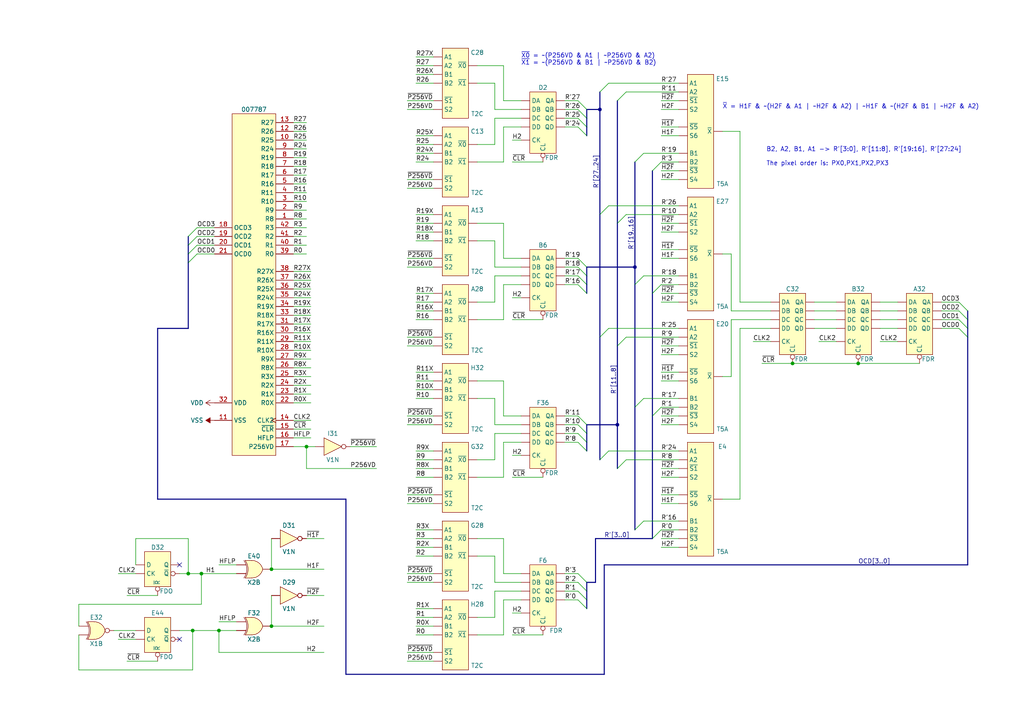
<source format=kicad_sch>
(kicad_sch (version 20230121) (generator eeschema)
  (paper "A4")
  (title_block (title "Konami 007787") (date "2024-02-01") (company "Ulf Skutnabba, twitter: @skutis77"))
  (lib_symbols
    (symbol "fujitsu-av:FDO"
      (property "Reference" "U" (at 2.54 6.35 0))
      (property "Value" "FDO" (at 2.54 -6.35 0))
      (symbol "FDO_1_1"
        (rectangle (start -3.81 5.08) (end 3.81 -5.08) (fill (type background)))
        (pin input line (at -6.35 -1.27 0) (length 2.54) (name "CK") (number ""))
        (pin input line (at -6.35 1.27 0) (length 2.54) (name "D") (number ""))
        (pin output line (at 6.35 1.27 180) (length 2.54) (name "Q") (number ""))
        (pin output inverted (at 6.35 -1.27 180) (length 2.54) (name "~{Q}") (number ""))
        (pin input inverted (at 0 -7.62 90) (length 2.54) (name "~{R}") (number ""))
      )
    )
    (symbol "fujitsu-av:FDR"
      (property "Reference" "U" (at 2.54 10.16 0))
      (property "Value" "FDR" (at -2.54 10.16 0))
      (symbol "FDR_1_1"
        (rectangle (start -3.81 8.89) (end 3.81 -8.89) (fill (type background)))
        (pin input line (at -6.35 -5.08 0) (length 2.54) (name "CK") (number ""))
        (pin input inverted (at 0 -11.43 90) (length 2.54) (name "CL") (number ""))
        (pin input line (at -6.35 6.35 0) (length 2.54) (name "DA") (number ""))
        (pin input line (at -6.35 3.81 0) (length 2.54) (name "DB") (number ""))
        (pin input line (at -6.35 1.27 0) (length 2.54) (name "DC") (number ""))
        (pin input line (at -6.35 -1.27 0) (length 2.54) (name "DD") (number ""))
        (pin output line (at 6.35 6.35 180) (length 2.54) (name "QA") (number ""))
        (pin output line (at 6.35 3.81 180) (length 2.54) (name "QB") (number ""))
        (pin output line (at 6.35 1.27 180) (length 2.54) (name "QC") (number ""))
        (pin output line (at 6.35 -1.27 180) (length 2.54) (name "QD") (number ""))
      )
    )
    (symbol "fujitsu-av:T2C"
      (property "Reference" "U" (at 0 11.43 0))
      (property "Value" "T2C" (at 0 -11.43 0))
      (symbol "T2C_1_1"
        (rectangle (start -3.81 10.16) (end 3.81 -10.16) (fill (type background)))
        (pin input line (at -6.35 7.62 0) (length 2.54) (name "A1") (number ""))
        (pin input line (at -6.35 5.08 0) (length 2.54) (name "A2") (number ""))
        (pin input line (at -6.35 2.54 0) (length 2.54) (name "B1") (number ""))
        (pin input line (at -6.35 0 0) (length 2.54) (name "B2") (number ""))
        (pin input line (at -6.35 -7.62 0) (length 2.54) (name "S2") (number ""))
        (pin input line (at -6.35 -5.08 0) (length 2.54) (name "~{S1}") (number ""))
        (pin output line (at 6.35 5.08 180) (length 2.54) (name "~{X0}") (number ""))
        (pin output line (at 6.35 0 180) (length 2.54) (name "~{X1}") (number ""))
      )
    )
    (symbol "fujitsu-av:T5A"
      (property "Reference" "U" (at 2.54 17.78 0))
      (property "Value" "T5A" (at -2.54 17.78 0))
      (symbol "T5A_1_1"
        (rectangle (start -3.81 16.51) (end 3.81 -16.51) (fill (type background)))
        (pin input line (at -6.35 13.97 0) (length 2.54) (name "A1") (number ""))
        (pin input line (at -6.35 11.43 0) (length 2.54) (name "A2") (number ""))
        (pin input line (at -6.35 -6.35 0) (length 2.54) (name "B1") (number ""))
        (pin input line (at -6.35 -8.89 0) (length 2.54) (name "B2") (number ""))
        (pin input line (at -6.35 6.35 0) (length 2.54) (name "S2") (number ""))
        (pin input line (at -6.35 -13.97 0) (length 2.54) (name "S4") (number ""))
        (pin input line (at -6.35 -1.27 0) (length 2.54) (name "S6") (number ""))
        (pin input line (at -6.35 8.89 0) (length 2.54) (name "~{S1}") (number ""))
        (pin input line (at -6.35 -11.43 0) (length 2.54) (name "~{S3}") (number ""))
        (pin input line (at -6.35 1.27 0) (length 2.54) (name "~{S5}") (number ""))
        (pin output line (at 6.35 0 180) (length 2.54) (name "~{X}") (number ""))
      )
    )
    (symbol "fujitsu-av:V1N"
      (property "Reference" "U" (at 0 3.81 0))
      (property "Value" "V1N" (at -0.6291 -0.0171 0))
      (symbol "V1N_1_1"
        (polyline (pts (xy -2.54 2.54) (xy -2.54 -2.54) (xy 2.54 0) (xy -2.54 2.54)) (fill (type background)))
        (pin input line (at -5.08 0 0) (length 2.54) (name "") (number ""))
        (pin output inverted (at 5.08 0 180) (length 2.54) (name "") (number ""))
      )
    )
    (symbol "fujitsu-av:X1B"
      (property "Reference" "U" (at 0 3.81 0))
      (property "Value" "X1B" (at 0.254 0 0))
      (symbol "X1B_1_1"
        (arc (start -2.9127 -2.5398) (mid -2.0762 0.0001) (end -2.9129 2.54))
        (arc (start -2.54 -2.54) (mid -1.7035 -0.0001) (end -2.5402 2.5398))
        (arc (start -0.635 -2.54) (mid 1.3992 -1.8283) (end 2.54 0) (fill (type background)))
        (polyline (pts (xy -0.635 -2.54) (xy -2.54 -2.54)) (fill (type outline)))
        (polyline (pts (xy -0.635 2.54) (xy -2.54 2.54)) (fill (type background)))
        (polyline (pts (xy -0.635 2.54) (xy -2.54 2.54) (xy -2.159 1.905) (xy -1.905 1.27) (xy -1.778 0.762) (xy -1.7272 0.4572) (xy -1.7018 0.1778) (xy -1.7018 -0.127) (xy -1.7526 -0.6604) (xy -1.8288 -1.016) (xy -1.9304 -1.3716) (xy -2.0574 -1.6764) (xy -2.2352 -2.0574) (xy -2.413 -2.3368) (xy -2.54 -2.54) (xy -0.635 -2.54)) (stroke (width -0.0001)) (fill (type background)))
        (arc (start 2.54 0) (mid 1.3994 1.8287) (end -0.635 2.54) (fill (type background)))
        (pin input line (at -5.08 -1.27 0) (length 2.794) (name "") (number ""))
        (pin input line (at -5.08 1.27 0) (length 2.794) (name "") (number ""))
        (pin output inverted (at 5.08 0 180) (length 2.54) (name "") (number ""))
      )
    )
    (symbol "fujitsu-av:X2B"
      (property "Reference" "U" (at 0 3.81 0))
      (property "Value" "X2B" (at 0.254 0 0))
      (symbol "X2B_1_1"
        (arc (start -2.9127 -2.5398) (mid -2.0762 0.0001) (end -2.9129 2.54))
        (arc (start -2.54 -2.54) (mid -1.7035 -0.0001) (end -2.5402 2.5398))
        (arc (start -0.635 -2.54) (mid 1.3992 -1.8283) (end 2.54 0) (fill (type background)))
        (polyline (pts (xy -0.635 -2.54) (xy -2.54 -2.54)) (fill (type outline)))
        (polyline (pts (xy -0.635 2.54) (xy -2.54 2.54)) (fill (type background)))
        (polyline (pts (xy -0.635 2.54) (xy -2.54 2.54) (xy -2.159 1.905) (xy -1.905 1.27) (xy -1.778 0.762) (xy -1.7272 0.4572) (xy -1.7018 0.1778) (xy -1.7018 -0.127) (xy -1.7526 -0.6604) (xy -1.8288 -1.016) (xy -1.9304 -1.3716) (xy -2.0574 -1.6764) (xy -2.2352 -2.0574) (xy -2.413 -2.3368) (xy -2.54 -2.54) (xy -0.635 -2.54)) (stroke (width -0.0001)) (fill (type background)))
        (arc (start 2.54 0) (mid 1.3994 1.8287) (end -0.635 2.54) (fill (type background)))
        (pin input line (at -5.08 -1.27 0) (length 2.794) (name "") (number ""))
        (pin input line (at -5.08 1.27 0) (length 2.794) (name "") (number ""))
        (pin output line (at 5.08 0 180) (length 2.54) (name "") (number ""))
      )
    )
    (symbol "konami:007787_internal"
      (property "Reference" "U" (at 0 53.34 0))
      (property "Value" "007787" (at 0 50.8 0))
      (symbol "007787_internal_0_1"
        (rectangle (start -6.35 49.53) (end 6.35 -49.53) (fill (type background)))
      )
      (symbol "007787_internal_1_1"
        (pin output line (at 11.43 19.05 180) (length 5.08) (name "R8") (number "1"))
        (pin output line (at 11.43 41.91 180) (length 5.08) (name "R25") (number "10"))
        (pin power_out line (at -11.43 -39.37 0) (length 5.08) (name "VSS") (number "11"))
        (pin output line (at 11.43 44.45 180) (length 5.08) (name "R26") (number "12"))
        (pin output line (at 11.43 46.99 180) (length 5.08) (name "R27") (number "13"))
        (pin output clock (at 11.43 -39.37 180) (length 5.08) (name "CLK2") (number "14"))
        (pin output line (at 11.43 -41.91 180) (length 5.08) (name "~{CLR}") (number "15"))
        (pin output line (at 11.43 -44.45 180) (length 5.08) (name "HFLP") (number "16"))
        (pin output line (at 11.43 -46.99 180) (length 5.08) (name "P256VD") (number "17"))
        (pin input line (at -11.43 16.51 0) (length 5.08) (name "OCD3") (number "18"))
        (pin input line (at -11.43 13.97 0) (length 5.08) (name "OCD2") (number "19"))
        (pin output line (at 11.43 21.59 180) (length 5.08) (name "R9") (number "2"))
        (pin input line (at -11.43 11.43 0) (length 5.08) (name "OCD1") (number "20"))
        (pin input line (at -11.43 8.89 0) (length 5.08) (name "OCD0") (number "21"))
        (pin output line (at 11.43 -34.29 180) (length 5.08) (name "R0X") (number "22"))
        (pin output line (at 11.43 -31.75 180) (length 5.08) (name "R1X") (number "23"))
        (pin output line (at 11.43 -29.21 180) (length 5.08) (name "R2X") (number "24"))
        (pin output line (at 11.43 -26.67 180) (length 5.08) (name "R3X") (number "25"))
        (pin output line (at 11.43 -24.13 180) (length 5.08) (name "R8X") (number "26"))
        (pin output line (at 11.43 -21.59 180) (length 5.08) (name "R9X") (number "27"))
        (pin output line (at 11.43 -19.05 180) (length 5.08) (name "R10X") (number "28"))
        (pin output line (at 11.43 -16.51 180) (length 5.08) (name "R11X") (number "29"))
        (pin output line (at 11.43 24.13 180) (length 5.08) (name "R10") (number "3"))
        (pin output line (at 11.43 -13.97 180) (length 5.08) (name "R16X") (number "30"))
        (pin output line (at 11.43 -11.43 180) (length 5.08) (name "R17X") (number "31"))
        (pin power_out line (at -11.43 -34.29 0) (length 5.08) (name "VDD") (number "32"))
        (pin output line (at 11.43 -8.89 180) (length 5.08) (name "R18X") (number "33"))
        (pin output line (at 11.43 -6.35 180) (length 5.08) (name "R19X") (number "34"))
        (pin output line (at 11.43 -3.81 180) (length 5.08) (name "R24X") (number "35"))
        (pin output line (at 11.43 -1.27 180) (length 5.08) (name "R25X") (number "36"))
        (pin output line (at 11.43 1.27 180) (length 5.08) (name "R26X") (number "37"))
        (pin output line (at 11.43 3.81 180) (length 5.08) (name "R27X") (number "38"))
        (pin output line (at 11.43 8.89 180) (length 5.08) (name "R0") (number "39"))
        (pin output line (at 11.43 26.67 180) (length 5.08) (name "R11") (number "4"))
        (pin output line (at 11.43 11.43 180) (length 5.08) (name "R1") (number "40"))
        (pin output line (at 11.43 13.97 180) (length 5.08) (name "R2") (number "41"))
        (pin output line (at 11.43 16.51 180) (length 5.08) (name "R3") (number "42"))
        (pin output line (at 11.43 29.21 180) (length 5.08) (name "R16") (number "5"))
        (pin output line (at 11.43 31.75 180) (length 5.08) (name "R17") (number "6"))
        (pin output line (at 11.43 34.29 180) (length 5.08) (name "R18") (number "7"))
        (pin output line (at 11.43 36.83 180) (length 5.08) (name "R19") (number "8"))
        (pin output line (at 11.43 39.37 180) (length 5.08) (name "R24") (number "9"))
      )
    )
    (symbol "power:VDD" (power) (pin_names (offset 0))
      (property "Value" "VDD" (at 0 3.81 0))
      (symbol "VDD_0_1"
        (polyline (pts (xy -0.762 1.27) (xy 0 2.54)))
        (polyline (pts (xy 0 0) (xy 0 2.54)))
        (polyline (pts (xy 0 2.54) (xy 0.762 1.27)))
      )
      (symbol "VDD_1_1"
        (pin power_in line (at 0 0 90) (length 0) hide (name "VDD") (number "1"))
      )
    )
    (symbol "power:VSS" (power) (pin_names (offset 0))
      (property "Value" "VSS" (at 0 3.81 0))
      (symbol "VSS_0_1"
        (polyline (pts (xy 0 0) (xy 0 2.54)))
        (polyline (pts (xy 0.762 1.27) (xy -0.762 1.27) (xy 0 2.54) (xy 0.762 1.27)) (fill (type outline)))
      )
      (symbol "VSS_1_1"
        (pin power_in line (at 0 0 90) (length 0) hide (name "VSS") (number "1"))
      )
    )
  )
  (junction (at 229.87 105.41))
  (junction (at 179.07 123.19))
  (junction (at 54.61 166.37))
  (junction (at 78.74 165.1))
  (junction (at 173.99 31.75))
  (junction (at 184.15 77.47))
  (junction (at 88.9 129.54))
  (junction (at 58.42 166.37))
  (junction (at 55.88 182.88))
  (junction (at 78.74 181.61))
  (junction (at 248.92 105.41))
  (junction (at 63.5 182.88))
  (no_connect (at 52.07 163.83))
  (no_connect (at 52.07 185.42))
  (bus_entry (at 184.15 118.11) (size 2.54 -2.54))
  (bus_entry (at 167.64 77.47) (size 2.54 2.54))
  (bus_entry (at 167.64 123.19) (size 2.54 2.54))
  (bus_entry (at 167.64 173.99) (size 2.54 2.54))
  (bus_entry (at 179.07 29.21) (size 2.54 -2.54))
  (bus_entry (at 167.64 74.93) (size 2.54 2.54))
  (bus_entry (at 278.13 95.25) (size 2.54 2.54))
  (bus_entry (at 167.64 166.37) (size 2.54 2.54))
  (bus_entry (at 167.64 34.29) (size 2.54 2.54))
  (bus_entry (at 184.15 153.67) (size 2.54 -2.54))
  (bus_entry (at 167.64 80.01) (size 2.54 2.54))
  (bus_entry (at 167.64 168.91) (size 2.54 2.54))
  (bus_entry (at 167.64 171.45) (size 2.54 2.54))
  (bus_entry (at 167.64 82.55) (size 2.54 2.54))
  (bus_entry (at 57.15 66.04) (size -2.54 2.54))
  (bus_entry (at 278.13 92.71) (size 2.54 2.54))
  (bus_entry (at 173.99 133.35) (size 2.54 -2.54))
  (bus_entry (at 167.64 125.73) (size 2.54 2.54))
  (bus_entry (at 189.23 85.09) (size 2.54 -2.54))
  (bus_entry (at 167.64 29.21) (size 2.54 2.54))
  (bus_entry (at 167.64 128.27) (size 2.54 2.54))
  (bus_entry (at 57.15 73.66) (size -2.54 2.54))
  (bus_entry (at 173.99 62.23) (size 2.54 -2.54))
  (bus_entry (at 57.15 68.58) (size -2.54 2.54))
  (bus_entry (at 167.64 31.75) (size 2.54 2.54))
  (bus_entry (at 189.23 156.21) (size 2.54 -2.54))
  (bus_entry (at 184.15 46.99) (size 2.54 -2.54))
  (bus_entry (at 184.15 82.55) (size 2.54 -2.54))
  (bus_entry (at 167.64 120.65) (size 2.54 2.54))
  (bus_entry (at 189.23 49.53) (size 2.54 -2.54))
  (bus_entry (at 179.07 64.77) (size 2.54 -2.54))
  (bus_entry (at 173.99 26.67) (size 2.54 -2.54))
  (bus_entry (at 173.99 97.79) (size 2.54 -2.54))
  (bus_entry (at 179.07 100.33) (size 2.54 -2.54))
  (bus_entry (at 278.13 87.63) (size 2.54 2.54))
  (bus_entry (at 167.64 36.83) (size 2.54 2.54))
  (bus_entry (at 57.15 71.12) (size -2.54 2.54))
  (bus_entry (at 189.23 120.65) (size 2.54 -2.54))
  (bus_entry (at 278.13 90.17) (size 2.54 2.54))
  (bus_entry (at 179.07 135.89) (size 2.54 -2.54))
  (wire (pts (xy 229.87 105.41) (xy 248.92 105.41)))
  (bus (pts (xy 179.07 100.33) (xy 179.07 123.19)))
  (wire (pts (xy 143.51 77.47) (xy 151.13 77.47)))
  (wire (pts (xy 191.77 123.19) (xy 196.85 123.19)))
  (wire (pts (xy 138.43 184.15) (xy 146.05 184.15)))
  (wire (pts (xy 273.05 87.63) (xy 278.13 87.63)))
  (wire (pts (xy 273.05 92.71) (xy 278.13 92.71)))
  (wire (pts (xy 148.59 86.36) (xy 151.13 86.36)))
  (wire (pts (xy 63.5 189.23) (xy 93.98 189.23)))
  (wire (pts (xy 78.74 156.21) (xy 78.74 165.1)))
  (wire (pts (xy 181.61 133.35) (xy 196.85 133.35)))
  (wire (pts (xy 148.59 138.43) (xy 157.48 138.43)))
  (wire (pts (xy 191.77 107.95) (xy 196.85 107.95)))
  (wire (pts (xy 191.77 49.53) (xy 196.85 49.53)))
  (wire (pts (xy 191.77 82.55) (xy 196.85 82.55)))
  (wire (pts (xy 191.77 74.93) (xy 196.85 74.93)))
  (wire (pts (xy 163.83 173.99) (xy 167.64 173.99)))
  (wire (pts (xy 120.65 44.45) (xy 125.73 44.45)))
  (wire (pts (xy 248.92 105.41) (xy 266.7 105.41)))
  (wire (pts (xy 85.09 58.42) (xy 88.9 58.42)))
  (bus (pts (xy 170.18 36.83) (xy 170.18 34.29)))
  (wire (pts (xy 138.43 133.35) (xy 143.51 133.35)))
  (bus (pts (xy 170.18 128.27) (xy 170.18 130.81)))
  (wire (pts (xy 191.77 67.31) (xy 196.85 67.31)))
  (wire (pts (xy 120.65 64.77) (xy 125.73 64.77)))
  (wire (pts (xy 120.65 158.75) (xy 125.73 158.75)))
  (wire (pts (xy 118.11 120.65) (xy 125.73 120.65)))
  (bus (pts (xy 170.18 125.73) (xy 170.18 128.27)))
  (wire (pts (xy 85.09 50.8) (xy 88.9 50.8)))
  (bus (pts (xy 184.15 118.11) (xy 184.15 153.67)))
  (wire (pts (xy 143.51 41.91) (xy 143.51 34.29)))
  (wire (pts (xy 85.09 104.14) (xy 90.17 104.14)))
  (wire (pts (xy 146.05 74.93) (xy 151.13 74.93)))
  (wire (pts (xy 120.65 176.53) (xy 125.73 176.53)))
  (wire (pts (xy 212.09 73.66) (xy 212.09 90.17)))
  (wire (pts (xy 85.09 114.3) (xy 90.17 114.3)))
  (wire (pts (xy 120.65 115.57) (xy 125.73 115.57)))
  (bus (pts (xy 100.33 144.78) (xy 45.72 144.78)))
  (wire (pts (xy 120.65 92.71) (xy 125.73 92.71)))
  (wire (pts (xy 118.11 29.21) (xy 125.73 29.21)))
  (wire (pts (xy 146.05 29.21) (xy 151.13 29.21)))
  (wire (pts (xy 63.5 163.83) (xy 68.58 163.83)))
  (bus (pts (xy 54.61 73.66) (xy 54.61 76.2)))
  (wire (pts (xy 138.43 92.71) (xy 146.05 92.71)))
  (wire (pts (xy 85.09 40.64) (xy 88.9 40.64)))
  (bus (pts (xy 45.72 144.78) (xy 45.72 95.25)))
  (wire (pts (xy 39.37 156.21) (xy 39.37 163.83)))
  (wire (pts (xy 146.05 19.05) (xy 146.05 29.21)))
  (wire (pts (xy 191.77 110.49) (xy 196.85 110.49)))
  (wire (pts (xy 118.11 97.79) (xy 125.73 97.79)))
  (wire (pts (xy 255.27 90.17) (xy 260.35 90.17)))
  (wire (pts (xy 118.11 77.47) (xy 125.73 77.47)))
  (wire (pts (xy 88.9 129.54) (xy 88.9 135.89)))
  (wire (pts (xy 118.11 168.91) (xy 125.73 168.91)))
  (wire (pts (xy 138.43 138.43) (xy 146.05 138.43)))
  (wire (pts (xy 146.05 128.27) (xy 151.13 128.27)))
  (wire (pts (xy 85.09 109.22) (xy 90.17 109.22)))
  (wire (pts (xy 146.05 173.99) (xy 151.13 173.99)))
  (wire (pts (xy 120.65 179.07) (xy 125.73 179.07)))
  (bus (pts (xy 170.18 34.29) (xy 170.18 31.75)))
  (bus (pts (xy 170.18 168.91) (xy 172.72 168.91)))
  (bus (pts (xy 170.18 171.45) (xy 170.18 173.99)))
  (wire (pts (xy 181.61 97.79) (xy 196.85 97.79)))
  (wire (pts (xy 63.5 182.88) (xy 68.58 182.88)))
  (bus (pts (xy 280.67 163.83) (xy 175.26 163.83)))
  (wire (pts (xy 63.5 182.88) (xy 63.5 189.23)))
  (wire (pts (xy 55.88 182.88) (xy 63.5 182.88)))
  (wire (pts (xy 186.69 151.13) (xy 196.85 151.13)))
  (wire (pts (xy 120.65 156.21) (xy 125.73 156.21)))
  (wire (pts (xy 209.55 38.1) (xy 214.63 38.1)))
  (wire (pts (xy 143.51 123.19) (xy 151.13 123.19)))
  (wire (pts (xy 120.65 133.35) (xy 125.73 133.35)))
  (wire (pts (xy 146.05 64.77) (xy 146.05 74.93)))
  (wire (pts (xy 176.53 130.81) (xy 196.85 130.81)))
  (bus (pts (xy 280.67 95.25) (xy 280.67 97.79)))
  (wire (pts (xy 85.09 48.26) (xy 88.9 48.26)))
  (wire (pts (xy 120.65 110.49) (xy 125.73 110.49)))
  (wire (pts (xy 214.63 144.78) (xy 214.63 95.25)))
  (wire (pts (xy 120.65 130.81) (xy 125.73 130.81)))
  (bus (pts (xy 184.15 46.99) (xy 184.15 77.47)))
  (bus (pts (xy 170.18 39.37) (xy 170.18 36.83)))
  (wire (pts (xy 191.77 102.87) (xy 196.85 102.87)))
  (wire (pts (xy 85.09 43.18) (xy 88.9 43.18)))
  (bus (pts (xy 172.72 168.91) (xy 172.72 156.21)))
  (wire (pts (xy 120.65 90.17) (xy 125.73 90.17)))
  (wire (pts (xy 57.15 71.12) (xy 62.23 71.12)))
  (wire (pts (xy 120.65 161.29) (xy 125.73 161.29)))
  (wire (pts (xy 255.27 87.63) (xy 260.35 87.63)))
  (wire (pts (xy 138.43 179.07) (xy 143.51 179.07)))
  (wire (pts (xy 120.65 46.99) (xy 125.73 46.99)))
  (bus (pts (xy 189.23 120.65) (xy 189.23 156.21)))
  (wire (pts (xy 55.88 194.31) (xy 22.86 194.31)))
  (wire (pts (xy 176.53 95.25) (xy 196.85 95.25)))
  (wire (pts (xy 191.77 31.75) (xy 196.85 31.75)))
  (wire (pts (xy 148.59 177.8) (xy 151.13 177.8)))
  (wire (pts (xy 78.74 165.1) (xy 93.98 165.1)))
  (bus (pts (xy 179.07 29.21) (xy 179.07 64.77)))
  (wire (pts (xy 85.09 38.1) (xy 88.9 38.1)))
  (wire (pts (xy 120.65 19.05) (xy 125.73 19.05)))
  (wire (pts (xy 33.02 182.88) (xy 39.37 182.88)))
  (wire (pts (xy 146.05 120.65) (xy 151.13 120.65)))
  (wire (pts (xy 118.11 52.07) (xy 125.73 52.07)))
  (wire (pts (xy 85.09 35.56) (xy 88.9 35.56)))
  (wire (pts (xy 58.42 166.37) (xy 58.42 175.26)))
  (wire (pts (xy 163.83 74.93) (xy 167.64 74.93)))
  (wire (pts (xy 120.65 138.43) (xy 125.73 138.43)))
  (wire (pts (xy 78.74 181.61) (xy 93.98 181.61)))
  (wire (pts (xy 91.44 129.54) (xy 88.9 129.54)))
  (wire (pts (xy 85.09 91.44) (xy 90.17 91.44)))
  (wire (pts (xy 57.15 66.04) (xy 62.23 66.04)))
  (bus (pts (xy 170.18 173.99) (xy 170.18 176.53)))
  (wire (pts (xy 163.83 36.83) (xy 167.64 36.83)))
  (bus (pts (xy 45.72 95.25) (xy 54.61 95.25)))
  (wire (pts (xy 148.59 132.08) (xy 151.13 132.08)))
  (bus (pts (xy 179.07 123.19) (xy 179.07 135.89)))
  (wire (pts (xy 120.65 153.67) (xy 125.73 153.67)))
  (wire (pts (xy 163.83 168.91) (xy 167.64 168.91)))
  (bus (pts (xy 170.18 123.19) (xy 170.18 125.73)))
  (wire (pts (xy 191.77 153.67) (xy 196.85 153.67)))
  (wire (pts (xy 176.53 24.13) (xy 196.85 24.13)))
  (wire (pts (xy 163.83 120.65) (xy 167.64 120.65)))
  (wire (pts (xy 163.83 82.55) (xy 167.64 82.55)))
  (wire (pts (xy 85.09 81.28) (xy 90.17 81.28)))
  (wire (pts (xy 85.09 88.9) (xy 90.17 88.9)))
  (wire (pts (xy 78.74 172.72) (xy 78.74 181.61)))
  (wire (pts (xy 191.77 64.77) (xy 196.85 64.77)))
  (wire (pts (xy 236.22 92.71) (xy 242.57 92.71)))
  (wire (pts (xy 118.11 191.77) (xy 125.73 191.77)))
  (wire (pts (xy 88.9 129.54) (xy 85.09 129.54)))
  (bus (pts (xy 175.26 163.83) (xy 175.26 195.58)))
  (wire (pts (xy 186.69 44.45) (xy 196.85 44.45)))
  (bus (pts (xy 172.72 156.21) (xy 189.23 156.21)))
  (wire (pts (xy 220.98 105.41) (xy 229.87 105.41)))
  (wire (pts (xy 146.05 82.55) (xy 151.13 82.55)))
  (wire (pts (xy 186.69 80.01) (xy 196.85 80.01)))
  (wire (pts (xy 191.77 146.05) (xy 196.85 146.05)))
  (wire (pts (xy 120.65 184.15) (xy 125.73 184.15)))
  (wire (pts (xy 163.83 166.37) (xy 167.64 166.37)))
  (wire (pts (xy 120.65 135.89) (xy 125.73 135.89)))
  (wire (pts (xy 138.43 69.85) (xy 143.51 69.85)))
  (wire (pts (xy 143.51 87.63) (xy 143.51 80.01)))
  (bus (pts (xy 170.18 123.19) (xy 179.07 123.19)))
  (wire (pts (xy 36.83 191.77) (xy 45.72 191.77)))
  (wire (pts (xy 34.29 166.37) (xy 39.37 166.37)))
  (wire (pts (xy 138.43 41.91) (xy 143.51 41.91)))
  (wire (pts (xy 255.27 92.71) (xy 260.35 92.71)))
  (bus (pts (xy 54.61 68.58) (xy 54.61 71.12)))
  (wire (pts (xy 143.51 179.07) (xy 143.51 171.45)))
  (wire (pts (xy 85.09 111.76) (xy 90.17 111.76)))
  (bus (pts (xy 184.15 77.47) (xy 184.15 82.55)))
  (wire (pts (xy 146.05 138.43) (xy 146.05 128.27)))
  (wire (pts (xy 120.65 181.61) (xy 125.73 181.61)))
  (wire (pts (xy 191.77 52.07) (xy 196.85 52.07)))
  (wire (pts (xy 255.27 99.06) (xy 260.35 99.06)))
  (wire (pts (xy 34.29 185.42) (xy 39.37 185.42)))
  (wire (pts (xy 118.11 54.61) (xy 125.73 54.61)))
  (bus (pts (xy 280.67 92.71) (xy 280.67 95.25)))
  (bus (pts (xy 184.15 82.55) (xy 184.15 118.11)))
  (wire (pts (xy 85.09 121.92) (xy 90.17 121.92)))
  (wire (pts (xy 148.59 46.99) (xy 157.48 46.99)))
  (wire (pts (xy 146.05 156.21) (xy 146.05 166.37)))
  (wire (pts (xy 138.43 110.49) (xy 146.05 110.49)))
  (wire (pts (xy 54.61 156.21) (xy 39.37 156.21)))
  (wire (pts (xy 212.09 90.17) (xy 223.52 90.17)))
  (wire (pts (xy 143.51 24.13) (xy 143.51 31.75)))
  (wire (pts (xy 85.09 68.58) (xy 88.9 68.58)))
  (wire (pts (xy 143.51 161.29) (xy 143.51 168.91)))
  (wire (pts (xy 85.09 124.46) (xy 90.17 124.46)))
  (wire (pts (xy 191.77 36.83) (xy 196.85 36.83)))
  (wire (pts (xy 148.59 40.64) (xy 151.13 40.64)))
  (wire (pts (xy 85.09 55.88) (xy 88.9 55.88)))
  (wire (pts (xy 138.43 156.21) (xy 146.05 156.21)))
  (wire (pts (xy 88.9 172.72) (xy 93.98 172.72)))
  (wire (pts (xy 191.77 135.89) (xy 196.85 135.89)))
  (wire (pts (xy 163.83 123.19) (xy 167.64 123.19)))
  (wire (pts (xy 209.55 144.78) (xy 214.63 144.78)))
  (wire (pts (xy 143.51 31.75) (xy 151.13 31.75)))
  (wire (pts (xy 120.65 16.51) (xy 125.73 16.51)))
  (wire (pts (xy 181.61 26.67) (xy 196.85 26.67)))
  (wire (pts (xy 191.77 120.65) (xy 196.85 120.65)))
  (wire (pts (xy 236.22 87.63) (xy 242.57 87.63)))
  (wire (pts (xy 120.65 87.63) (xy 125.73 87.63)))
  (wire (pts (xy 85.09 53.34) (xy 88.9 53.34)))
  (wire (pts (xy 120.65 67.31) (xy 125.73 67.31)))
  (bus (pts (xy 179.07 64.77) (xy 179.07 100.33)))
  (wire (pts (xy 163.83 34.29) (xy 167.64 34.29)))
  (bus (pts (xy 100.33 195.58) (xy 100.33 144.78)))
  (wire (pts (xy 146.05 36.83) (xy 151.13 36.83)))
  (wire (pts (xy 273.05 95.25) (xy 278.13 95.25)))
  (wire (pts (xy 236.22 90.17) (xy 242.57 90.17)))
  (wire (pts (xy 85.09 116.84) (xy 90.17 116.84)))
  (wire (pts (xy 118.11 100.33) (xy 125.73 100.33)))
  (wire (pts (xy 237.49 99.06) (xy 242.57 99.06)))
  (wire (pts (xy 209.55 109.22) (xy 212.09 109.22)))
  (bus (pts (xy 170.18 31.75) (xy 173.99 31.75)))
  (wire (pts (xy 138.43 161.29) (xy 143.51 161.29)))
  (wire (pts (xy 85.09 60.96) (xy 88.9 60.96)))
  (wire (pts (xy 85.09 99.06) (xy 90.17 99.06)))
  (wire (pts (xy 118.11 166.37) (xy 125.73 166.37)))
  (wire (pts (xy 214.63 87.63) (xy 223.52 87.63)))
  (wire (pts (xy 163.83 171.45) (xy 167.64 171.45)))
  (wire (pts (xy 120.65 24.13) (xy 125.73 24.13)))
  (wire (pts (xy 143.51 133.35) (xy 143.51 125.73)))
  (wire (pts (xy 54.61 166.37) (xy 54.61 156.21)))
  (wire (pts (xy 146.05 110.49) (xy 146.05 120.65)))
  (bus (pts (xy 170.18 80.01) (xy 170.18 82.55)))
  (wire (pts (xy 181.61 62.23) (xy 196.85 62.23)))
  (wire (pts (xy 176.53 59.69) (xy 196.85 59.69)))
  (wire (pts (xy 120.65 39.37) (xy 125.73 39.37)))
  (wire (pts (xy 209.55 73.66) (xy 212.09 73.66)))
  (bus (pts (xy 173.99 31.75) (xy 173.99 62.23)))
  (wire (pts (xy 186.69 115.57) (xy 196.85 115.57)))
  (wire (pts (xy 191.77 118.11) (xy 196.85 118.11)))
  (wire (pts (xy 255.27 95.25) (xy 260.35 95.25)))
  (wire (pts (xy 163.83 31.75) (xy 167.64 31.75)))
  (wire (pts (xy 118.11 146.05) (xy 125.73 146.05)))
  (wire (pts (xy 85.09 83.82) (xy 90.17 83.82)))
  (bus (pts (xy 280.67 90.17) (xy 280.67 92.71)))
  (bus (pts (xy 173.99 62.23) (xy 173.99 97.79)))
  (wire (pts (xy 163.83 128.27) (xy 167.64 128.27)))
  (wire (pts (xy 85.09 73.66) (xy 88.9 73.66)))
  (wire (pts (xy 138.43 115.57) (xy 143.51 115.57)))
  (bus (pts (xy 189.23 49.53) (xy 189.23 85.09)))
  (wire (pts (xy 120.65 62.23) (xy 125.73 62.23)))
  (wire (pts (xy 57.15 73.66) (xy 62.23 73.66)))
  (wire (pts (xy 118.11 143.51) (xy 125.73 143.51)))
  (bus (pts (xy 54.61 71.12) (xy 54.61 73.66)))
  (wire (pts (xy 120.65 21.59) (xy 125.73 21.59)))
  (wire (pts (xy 85.09 93.98) (xy 90.17 93.98)))
  (wire (pts (xy 138.43 24.13) (xy 143.51 24.13)))
  (wire (pts (xy 22.86 194.31) (xy 22.86 184.15)))
  (wire (pts (xy 191.77 72.39) (xy 196.85 72.39)))
  (wire (pts (xy 85.09 101.6) (xy 90.17 101.6)))
  (wire (pts (xy 138.43 87.63) (xy 143.51 87.63)))
  (wire (pts (xy 163.83 80.01) (xy 167.64 80.01)))
  (wire (pts (xy 138.43 46.99) (xy 146.05 46.99)))
  (wire (pts (xy 146.05 92.71) (xy 146.05 82.55)))
  (wire (pts (xy 120.65 113.03) (xy 125.73 113.03)))
  (wire (pts (xy 143.51 171.45) (xy 151.13 171.45)))
  (wire (pts (xy 120.65 69.85) (xy 125.73 69.85)))
  (wire (pts (xy 57.15 68.58) (xy 62.23 68.58)))
  (wire (pts (xy 143.51 168.91) (xy 151.13 168.91)))
  (wire (pts (xy 118.11 31.75) (xy 125.73 31.75)))
  (wire (pts (xy 118.11 123.19) (xy 125.73 123.19)))
  (wire (pts (xy 146.05 184.15) (xy 146.05 173.99)))
  (wire (pts (xy 163.83 125.73) (xy 167.64 125.73)))
  (wire (pts (xy 54.61 166.37) (xy 58.42 166.37)))
  (wire (pts (xy 85.09 66.04) (xy 88.9 66.04)))
  (wire (pts (xy 88.9 156.21) (xy 93.98 156.21)))
  (wire (pts (xy 120.65 107.95) (xy 125.73 107.95)))
  (wire (pts (xy 146.05 166.37) (xy 151.13 166.37)))
  (wire (pts (xy 163.83 29.21) (xy 167.64 29.21)))
  (wire (pts (xy 143.51 125.73) (xy 151.13 125.73)))
  (wire (pts (xy 191.77 39.37) (xy 196.85 39.37)))
  (wire (pts (xy 85.09 106.68) (xy 90.17 106.68)))
  (wire (pts (xy 52.07 182.88) (xy 55.88 182.88)))
  (wire (pts (xy 36.83 172.72) (xy 45.72 172.72)))
  (wire (pts (xy 85.09 96.52) (xy 90.17 96.52)))
  (bus (pts (xy 170.18 168.91) (xy 170.18 171.45)))
  (wire (pts (xy 85.09 45.72) (xy 88.9 45.72)))
  (wire (pts (xy 212.09 92.71) (xy 223.52 92.71)))
  (wire (pts (xy 191.77 100.33) (xy 196.85 100.33)))
  (wire (pts (xy 236.22 95.25) (xy 242.57 95.25)))
  (wire (pts (xy 191.77 85.09) (xy 196.85 85.09)))
  (wire (pts (xy 143.51 69.85) (xy 143.51 77.47)))
  (bus (pts (xy 170.18 82.55) (xy 170.18 85.09)))
  (bus (pts (xy 170.18 77.47) (xy 184.15 77.47)))
  (bus (pts (xy 175.26 195.58) (xy 100.33 195.58)))
  (wire (pts (xy 63.5 180.34) (xy 68.58 180.34)))
  (wire (pts (xy 138.43 19.05) (xy 146.05 19.05)))
  (wire (pts (xy 214.63 95.25) (xy 223.52 95.25)))
  (wire (pts (xy 118.11 189.23) (xy 125.73 189.23)))
  (wire (pts (xy 118.11 74.93) (xy 125.73 74.93)))
  (wire (pts (xy 120.65 41.91) (xy 125.73 41.91)))
  (wire (pts (xy 143.51 80.01) (xy 151.13 80.01)))
  (bus (pts (xy 173.99 26.67) (xy 173.99 31.75)))
  (wire (pts (xy 143.51 115.57) (xy 143.51 123.19)))
  (bus (pts (xy 170.18 77.47) (xy 170.18 80.01)))
  (wire (pts (xy 58.42 175.26) (xy 22.86 175.26)))
  (wire (pts (xy 191.77 46.99) (xy 196.85 46.99)))
  (wire (pts (xy 55.88 182.88) (xy 55.88 194.31)))
  (wire (pts (xy 88.9 135.89) (xy 109.22 135.89)))
  (wire (pts (xy 163.83 77.47) (xy 167.64 77.47)))
  (wire (pts (xy 101.6 129.54) (xy 109.22 129.54)))
  (wire (pts (xy 191.77 158.75) (xy 196.85 158.75)))
  (bus (pts (xy 54.61 95.25) (xy 54.61 76.2)))
  (bus (pts (xy 280.67 97.79) (xy 280.67 163.83)))
  (wire (pts (xy 218.44 99.06) (xy 223.52 99.06)))
  (wire (pts (xy 148.59 92.71) (xy 157.48 92.71)))
  (wire (pts (xy 191.77 87.63) (xy 196.85 87.63)))
  (wire (pts (xy 85.09 127) (xy 90.17 127)))
  (wire (pts (xy 58.42 166.37) (xy 68.58 166.37)))
  (bus (pts (xy 173.99 97.79) (xy 173.99 133.35)))
  (wire (pts (xy 143.51 34.29) (xy 151.13 34.29)))
  (wire (pts (xy 212.09 109.22) (xy 212.09 92.71)))
  (wire (pts (xy 191.77 138.43) (xy 196.85 138.43)))
  (wire (pts (xy 85.09 86.36) (xy 90.17 86.36)))
  (wire (pts (xy 138.43 64.77) (xy 146.05 64.77)))
  (wire (pts (xy 191.77 156.21) (xy 196.85 156.21)))
  (wire (pts (xy 191.77 29.21) (xy 196.85 29.21)))
  (wire (pts (xy 85.09 71.12) (xy 88.9 71.12)))
  (wire (pts (xy 214.63 38.1) (xy 214.63 87.63)))
  (wire (pts (xy 85.09 78.74) (xy 90.17 78.74)))
  (wire (pts (xy 148.59 184.15) (xy 157.48 184.15)))
  (wire (pts (xy 52.07 166.37) (xy 54.61 166.37)))
  (wire (pts (xy 85.09 63.5) (xy 88.9 63.5)))
  (bus (pts (xy 189.23 85.09) (xy 189.23 120.65)))
  (wire (pts (xy 22.86 175.26) (xy 22.86 181.61)))
  (wire (pts (xy 273.05 90.17) (xy 278.13 90.17)))
  (wire (pts (xy 191.77 143.51) (xy 196.85 143.51)))
  (wire (pts (xy 146.05 46.99) (xy 146.05 36.83)))
  (wire (pts (xy 120.65 85.09) (xy 125.73 85.09)))
  (text "B2, A2, B1, A1 -> R'[3:0], R'[11:8], R'[19:16], R'[27:24]\n\nThe pixel order is: PX0,PX1,PX2,PX3" (at 222.25 48.26 0) (effects (font (size 1.27 1.27)) (justify left bottom)))
  (text "~{X} = H1F & ~(H2F & A1 | ~H2F & A2) | ~H1F & ~(H2F & B1 | ~H2F & A2)" (at 209.55 31.75 0) (effects (font (size 1.27 1.27)) (justify left bottom)))
  (text "~{X0} = ~(P256VD & A1 | ~P256VD & A2)\n~{X1} = ~(P256VD & B1 | ~P256VD & B2)\n" (at 151.13 19.05 0) (effects (font (size 1.27 1.27)) (justify left bottom)))
  (label "OCD[3..0]" (at 248.92 163.83 0))
  (label "R18" (at 120.65 69.85 0))
  (label "~{P256VD}" (at 118.11 29.21 0))
  (label "R0X" (at 120.65 181.61 0))
  (label "~{P256VD}" (at 118.11 120.65 0))
  (label "~{CLR}" (at 36.83 172.72 0))
  (label "R'9" (at 191.77 97.79 0))
  (label "R'[3..0]" (at 175.26 156.21 0))
  (label "R9X" (at 85.09 104.14 0))
  (label "HFLP" (at 63.5 180.34 0))
  (label "R26X" (at 120.65 21.59 0))
  (label "R'2" (at 163.83 168.91 0))
  (label "~{CLR}" (at 148.59 46.99 0))
  (label "H1" (at 59.69 166.37 0))
  (label "R11" (at 85.09 55.88 0))
  (label "P256VD" (at 118.11 100.33 0))
  (label "~{H2F}" (at 191.77 49.53 0))
  (label "R0" (at 120.65 184.15 0))
  (label "R1X" (at 120.65 176.53 0))
  (label "CLK2" (at 85.09 121.92 0))
  (label "R3" (at 120.65 156.21 0))
  (label "R'3" (at 191.77 46.99 0))
  (label "~{H2F}" (at 191.77 156.21 0))
  (label "R18X" (at 120.65 67.31 0))
  (label "R16" (at 85.09 53.34 0))
  (label "R24X" (at 120.65 44.45 0))
  (label "R2X" (at 85.09 111.76 0))
  (label "R18" (at 85.09 48.26 0))
  (label "R26" (at 85.09 38.1 0))
  (label "R25X" (at 120.65 39.37 0))
  (label "R3X" (at 85.09 109.22 0))
  (label "R17" (at 120.65 87.63 0))
  (label "P256VD" (at 118.11 168.91 0))
  (label "OCD3" (at 57.15 66.04 0))
  (label "R10X" (at 120.65 113.03 0))
  (label "~{CLR}" (at 148.59 184.15 0))
  (label "H2F" (at 191.77 158.75 0))
  (label "R16X" (at 120.65 90.17 0))
  (label "R'10" (at 163.83 123.19 0))
  (label "H2" (at 148.59 132.08 0))
  (label "H1F" (at 191.77 146.05 0))
  (label "R'19" (at 163.83 74.93 0))
  (label "R'3" (at 163.83 166.37 0))
  (label "R'17" (at 163.83 80.01 0))
  (label "R26X" (at 85.09 81.28 0))
  (label "~{H2F}" (at 191.77 100.33 0))
  (label "R19X" (at 120.65 62.23 0))
  (label "R17" (at 85.09 50.8 0))
  (label "R9" (at 120.65 133.35 0))
  (label "R9" (at 85.09 60.96 0))
  (label "H2F" (at 191.77 138.43 0))
  (label "R10X" (at 85.09 101.6 0))
  (label "P256VD" (at 118.11 146.05 0))
  (label "R24" (at 85.09 43.18 0))
  (label "R8X" (at 120.65 135.89 0))
  (label "OCD3" (at 273.05 87.63 0))
  (label "H2" (at 88.9 189.23 0))
  (label "P256VD" (at 118.11 77.47 0))
  (label "R26" (at 120.65 24.13 0))
  (label "H2" (at 148.59 177.8 0))
  (label "R'27" (at 163.83 29.21 0))
  (label "R17X" (at 85.09 93.98 0))
  (label "~{CLR}" (at 36.83 191.77 0))
  (label "R16" (at 120.65 92.71 0))
  (label "H2F" (at 191.77 67.31 0))
  (label "R10" (at 120.65 115.57 0))
  (label "H1F" (at 191.77 39.37 0))
  (label "R17X" (at 120.65 85.09 0))
  (label "H2" (at 148.59 86.36 0))
  (label "R2" (at 85.09 68.58 0))
  (label "R11X" (at 120.65 107.95 0))
  (label "H1F" (at 191.77 110.49 0))
  (label "CLK2" (at 34.29 185.42 0))
  (label "~{H2F}" (at 88.9 172.72 0))
  (label "H2F" (at 191.77 102.87 0))
  (label "R3X" (at 120.65 153.67 0))
  (label "R24X" (at 85.09 86.36 0))
  (label "R25" (at 85.09 40.64 0))
  (label "~{H2F}" (at 191.77 29.21 0))
  (label "R0" (at 85.09 73.66 0))
  (label "~{P256VD}" (at 118.11 52.07 0))
  (label "R9X" (at 120.65 130.81 0))
  (label "R'9" (at 163.83 125.73 0))
  (label "R19X" (at 85.09 88.9 0))
  (label "R'1" (at 191.77 118.11 0))
  (label "~{H2F}" (at 191.77 120.65 0))
  (label "R'18" (at 191.77 80.01 0))
  (label "R'[11..8]" (at 179.07 114.3 90))
  (label "R18X" (at 85.09 91.44 0))
  (label "R'2" (at 191.77 82.55 0))
  (label "R'25" (at 191.77 95.25 0))
  (label "R1X" (at 85.09 114.3 0))
  (label "R1" (at 85.09 71.12 0))
  (label "OCD1" (at 57.15 71.12 0))
  (label "R25" (at 120.65 41.91 0))
  (label "H2F" (at 191.77 123.19 0))
  (label "R11" (at 120.65 110.49 0))
  (label "R'10" (at 191.77 62.23 0))
  (label "~{H1F}" (at 88.9 156.21 0))
  (label "~{H2F}" (at 191.77 64.77 0))
  (label "R'26" (at 191.77 59.69 0))
  (label "R27X" (at 120.65 16.51 0))
  (label "R3" (at 85.09 66.04 0))
  (label "OCD2" (at 273.05 90.17 0))
  (label "R27" (at 120.65 19.05 0))
  (label "R'27" (at 191.77 24.13 0))
  (label "R11X" (at 85.09 99.06 0))
  (label "HFLP" (at 85.09 127 0))
  (label "R'19" (at 191.77 44.45 0))
  (label "R8" (at 120.65 138.43 0))
  (label "R27" (at 85.09 35.56 0))
  (label "CLK2" (at 218.44 99.06 0))
  (label "~{H1F}" (at 191.77 107.95 0))
  (label "~{CLR}" (at 148.59 138.43 0))
  (label "OCD2" (at 57.15 68.58 0))
  (label "~{CLR}" (at 148.59 92.71 0))
  (label "R19" (at 120.65 64.77 0))
  (label "CLK2" (at 255.27 99.06 0))
  (label "P256VD" (at 118.11 54.61 0))
  (label "R'11" (at 191.77 26.67 0))
  (label "OCD0" (at 57.15 73.66 0))
  (label "R'[19..16]" (at 184.15 72.39 90))
  (label "~{H1F}" (at 191.77 36.83 0))
  (label "R'16" (at 163.83 82.55 0))
  (label "R'1" (at 163.83 171.45 0))
  (label "R10" (at 85.09 58.42 0))
  (label "OCD1" (at 273.05 92.71 0))
  (label "~{P256VD}" (at 118.11 143.51 0))
  (label "~{P256VD}" (at 118.11 166.37 0))
  (label "CLK2" (at 237.49 99.06 0))
  (label "H1F" (at 191.77 74.93 0))
  (label "R27X" (at 85.09 78.74 0))
  (label "H2F" (at 191.77 52.07 0))
  (label "OCD0" (at 273.05 95.25 0))
  (label "~{P256VD}" (at 101.6 129.54 0))
  (label "~{H2F}" (at 191.77 85.09 0))
  (label "R0X" (at 85.09 116.84 0))
  (label "~{CLR}" (at 220.98 105.41 0))
  (label "R19" (at 85.09 45.72 0))
  (label "H2F" (at 88.9 181.61 0))
  (label "R'24" (at 163.83 36.83 0))
  (label "R'0" (at 191.77 153.67 0))
  (label "R'8" (at 163.83 128.27 0))
  (label "R25X" (at 85.09 83.82 0))
  (label "R16X" (at 85.09 96.52 0))
  (label "H2" (at 148.59 40.64 0))
  (label "~{P256VD}" (at 118.11 97.79 0))
  (label "R'26" (at 163.83 31.75 0))
  (label "P256VD" (at 118.11 191.77 0))
  (label "~{P256VD}" (at 118.11 189.23 0))
  (label "CLK2" (at 34.29 166.37 0))
  (label "R8X" (at 85.09 106.68 0))
  (label "R'25" (at 163.83 34.29 0))
  (label "~{P256VD}" (at 118.11 74.93 0))
  (label "HFLP" (at 63.5 163.83 0))
  (label "H2F" (at 191.77 31.75 0))
  (label "R1" (at 120.65 179.07 0))
  (label "R2X" (at 120.65 158.75 0))
  (label "R2" (at 120.65 161.29 0))
  (label "~{H1F}" (at 191.77 72.39 0))
  (label "R'16" (at 191.77 151.13 0))
  (label "~{H2F}" (at 191.77 135.89 0))
  (label "~{H1F}" (at 191.77 143.51 0))
  (label "H1F" (at 88.9 165.1 0))
  (label "P256VD" (at 101.6 135.89 0))
  (label "R'[27..24]" (at 173.99 54.61 90))
  (label "R24" (at 120.65 46.99 0))
  (label "R'0" (at 163.83 173.99 0))
  (label "R'17" (at 191.77 115.57 0))
  (label "R8" (at 85.09 63.5 0))
  (label "P256VD" (at 118.11 123.19 0))
  (label "R'8" (at 191.77 133.35 0))
  (label "P256VD" (at 118.11 31.75 0))
  (label "R'18" (at 163.83 77.47 0))
  (label "H2F" (at 191.77 87.63 0))
  (label "R'11" (at 163.83 120.65 0))
  (label "~{CLR}" (at 85.09 124.46 0))
  (label "R'24" (at 191.77 130.81 0))
  (symbol (lib_id "fujitsu-av:X1B") (at 27.94 182.88 0) (unit 1)
    (property "Reference" "E32" (at 27.94 179.07 0))
    (property "Value" "X1B" (at 27.94 186.69 0))
  )
  (symbol (lib_id "fujitsu-av:T2C") (at 132.08 184.15 0) (unit 1)
    (property "Reference" "H28" (at 138.43 175.26 0))
    (property "Value" "T2C" (at 138.43 193.04 0))
  )
  (symbol (lib_id "fujitsu-av:FDO") (at 45.72 165.1 0) (unit 1)
    (property "Reference" "D32" (at 45.72 158.75 0))
    (property "Value" "FDO" (at 48.26 171.45 0))
  )
  (symbol (lib_id "fujitsu-av:T2C") (at 132.08 46.99 0) (unit 1)
    (property "Reference" "C13" (at 138.43 38.1 0))
    (property "Value" "T2C" (at 138.43 55.88 0))
  )
  (symbol (lib_id "fujitsu-av:T2C") (at 132.08 92.71 0) (unit 1)
    (property "Reference" "A28" (at 138.43 83.82 0))
    (property "Value" "T2C" (at 138.43 101.6 0))
  )
  (symbol (lib_id "power:VSS") (at 62.23 121.92 90) (unit 1)
    (property "Reference" "#PWR02" (effects hide))
    (property "Value" "VSS" (at 57.15 121.92 90))
  )
  (symbol (lib_id "fujitsu-av:T5A") (at 203.2 38.1 0) (unit 1)
    (property "Reference" "E15" (at 209.55 22.86 0))
    (property "Value" "T5A" (at 209.55 53.34 0))
  )
  (symbol (lib_id "konami:007787_internal") (at 73.66 82.55 0) (unit 1)
    (property "Reference" "U1" (effects hide))
    (property "Value" "007787" (at 73.66 31.75 0))
  )
  (symbol (lib_id "fujitsu-av:FDR") (at 266.7 93.98 0) (unit 1)
    (property "Reference" "A32" (at 266.7 83.82 0))
    (property "Value" "FDR" (at 269.24 104.14 0))
  )
  (symbol (lib_id "fujitsu-av:T5A") (at 203.2 73.66 0) (unit 1)
    (property "Reference" "E27" (at 209.55 58.42 0))
    (property "Value" "T5A" (at 209.55 88.9 0))
  )
  (symbol (lib_id "fujitsu-av:FDR") (at 157.48 127 0) (unit 1)
    (property "Reference" "F36" (at 157.48 116.84 0))
    (property "Value" "FDR" (at 160.02 137.16 0))
  )
  (symbol (lib_id "fujitsu-av:T2C") (at 132.08 24.13 0) (unit 1)
    (property "Reference" "C28" (at 138.43 15.24 0))
    (property "Value" "T2C" (at 138.43 33.02 0))
  )
  (symbol (lib_id "fujitsu-av:FDR") (at 157.48 172.72 0) (unit 1)
    (property "Reference" "F6" (at 157.48 162.56 0))
    (property "Value" "FDR" (at 161.29 182.88 0))
  )
  (symbol (lib_id "fujitsu-av:V1N") (at 96.52 129.54 0) (unit 1)
    (property "Reference" "I31" (at 96.52 125.73 0))
    (property "Value" "V1N" (at 96.52 133.35 0))
  )
  (symbol (lib_id "fujitsu-av:T2C") (at 132.08 69.85 0) (unit 1)
    (property "Reference" "A13" (at 138.43 60.96 0))
    (property "Value" "T2C" (at 138.43 78.74 0))
  )
  (symbol (lib_id "fujitsu-av:FDR") (at 157.48 81.28 0) (unit 1)
    (property "Reference" "B6" (at 157.48 71.12 0))
    (property "Value" "FDR" (at 160.02 91.44 0))
  )
  (symbol (lib_id "fujitsu-av:FDR") (at 229.87 93.98 0) (unit 1)
    (property "Reference" "C32" (at 229.87 83.82 0))
    (property "Value" "FDR" (at 232.41 104.14 0))
  )
  (symbol (lib_id "fujitsu-av:T2C") (at 132.08 115.57 0) (unit 1)
    (property "Reference" "H32" (at 138.43 106.68 0))
    (property "Value" "T2C" (at 138.43 124.46 0))
  )
  (symbol (lib_id "fujitsu-av:T2C") (at 132.08 161.29 0) (unit 1)
    (property "Reference" "G28" (at 138.43 152.4 0))
    (property "Value" "T2C" (at 138.43 170.18 0))
  )
  (symbol (lib_id "fujitsu-av:FDR") (at 157.48 35.56 0) (unit 1)
    (property "Reference" "D2" (at 157.48 25.4 0))
    (property "Value" "FDR" (at 160.02 45.72 0))
  )
  (symbol (lib_id "fujitsu-av:T5A") (at 203.2 144.78 0) (unit 1)
    (property "Reference" "E4" (at 209.55 129.54 0))
    (property "Value" "T5A" (at 209.55 160.02 0))
  )
  (symbol (lib_id "fujitsu-av:T2C") (at 132.08 138.43 0) (unit 1)
    (property "Reference" "G32" (at 138.43 129.54 0))
    (property "Value" "T2C" (at 138.43 147.32 0))
  )
  (symbol (lib_id "fujitsu-av:FDO") (at 45.72 184.15 0) (unit 1)
    (property "Reference" "E44" (at 45.72 177.8 0))
    (property "Value" "FDO" (at 48.26 190.5 0))
  )
  (symbol (lib_id "fujitsu-av:X2B") (at 73.66 181.61 0) (unit 1)
    (property "Reference" "F32" (at 73.66 177.8 0))
    (property "Value" "X2B" (at 73.66 185.42 0))
  )
  (symbol (lib_id "fujitsu-av:X2B") (at 73.66 165.1 0) (unit 1)
    (property "Reference" "E40" (at 73.66 161.29 0))
    (property "Value" "X2B" (at 73.66 168.91 0))
  )
  (symbol (lib_id "fujitsu-av:V1N") (at 83.82 156.21 0) (unit 1)
    (property "Reference" "D31" (at 83.82 152.4 0))
    (property "Value" "V1N" (at 83.82 160.02 0))
  )
  (symbol (lib_id "fujitsu-av:V1N") (at 83.82 172.72 0) (unit 1)
    (property "Reference" "D29" (at 83.82 168.91 0))
    (property "Value" "V1N" (at 83.82 176.53 0))
  )
  (symbol (lib_id "fujitsu-av:T5A") (at 203.2 109.22 0) (unit 1)
    (property "Reference" "E20" (at 209.55 93.98 0))
    (property "Value" "T5A" (at 209.55 124.46 0))
  )
  (symbol (lib_id "fujitsu-av:FDR") (at 248.92 93.98 0) (unit 1)
    (property "Reference" "B32" (at 248.92 83.82 0))
    (property "Value" "FDR" (at 251.46 104.14 0))
  )
  (symbol (lib_id "power:VDD") (at 62.23 116.84 90) (unit 1)
    (property "Reference" "#PWR01" (effects hide))
    (property "Value" "VDD" (at 57.15 116.84 90))
  )
)
</source>
